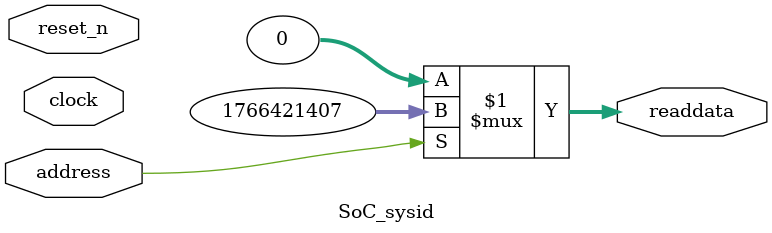
<source format=v>

`timescale 1ns / 1ps
// synthesis translate_on

// turn off superfluous verilog processor warnings 
// altera message_level Level1 
// altera message_off 10034 10035 10036 10037 10230 10240 10030 

module SoC_sysid (
               // inputs:
                address,
                clock,
                reset_n,

               // outputs:
                readdata
             )
;

  output  [ 31: 0] readdata;
  input            address;
  input            clock;
  input            reset_n;

  wire    [ 31: 0] readdata;
  //control_slave, which is an e_avalon_slave
  assign readdata = address ? 1766421407 : 0;

endmodule




</source>
